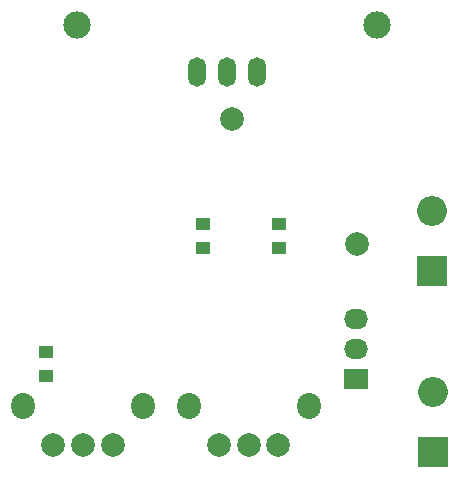
<source format=gbr>
G04 #@! TF.FileFunction,Soldermask,Bot*
%FSLAX46Y46*%
G04 Gerber Fmt 4.6, Leading zero omitted, Abs format (unit mm)*
G04 Created by KiCad (PCBNEW 4.0.4+e1-6308~48~ubuntu14.04.1-stable) date Sat Oct 22 17:56:07 2016*
%MOMM*%
%LPD*%
G01*
G04 APERTURE LIST*
%ADD10C,0.100000*%
%ADD11R,1.250000X1.000000*%
%ADD12R,2.032000X1.727200*%
%ADD13O,2.032000X1.727200*%
%ADD14C,2.311400*%
%ADD15O,1.501140X2.499360*%
%ADD16C,1.998980*%
%ADD17C,2.000000*%
%ADD18O,2.000000X2.200000*%
%ADD19R,2.540000X2.540000*%
%ADD20O,2.540000X2.540000*%
G04 APERTURE END LIST*
D10*
D11*
X144142460Y-80500980D03*
X144142460Y-82500980D03*
X163901120Y-71652640D03*
X163901120Y-69652640D03*
X157500320Y-71652640D03*
X157500320Y-69652640D03*
D12*
X170434000Y-82804000D03*
D13*
X170434000Y-80264000D03*
X170434000Y-77724000D03*
D14*
X146786600Y-52793900D03*
X172186600Y-52793900D03*
D15*
X159473900Y-56794400D03*
X156933900Y-56794400D03*
X162013900Y-56794400D03*
D16*
X159905700Y-60769500D03*
X170512302Y-71376102D03*
D17*
X144807300Y-88366600D03*
X147307300Y-88366600D03*
X149807300Y-88366600D03*
D18*
X152407300Y-85066600D03*
X142207300Y-85066600D03*
D17*
X158853500Y-88366600D03*
X161353500Y-88366600D03*
X163853500Y-88366600D03*
D18*
X166453500Y-85066600D03*
X156253500Y-85066600D03*
D19*
X176936400Y-88912700D03*
D20*
X176936400Y-83832700D03*
D19*
X176888140Y-73619360D03*
D20*
X176888140Y-68539360D03*
M02*

</source>
